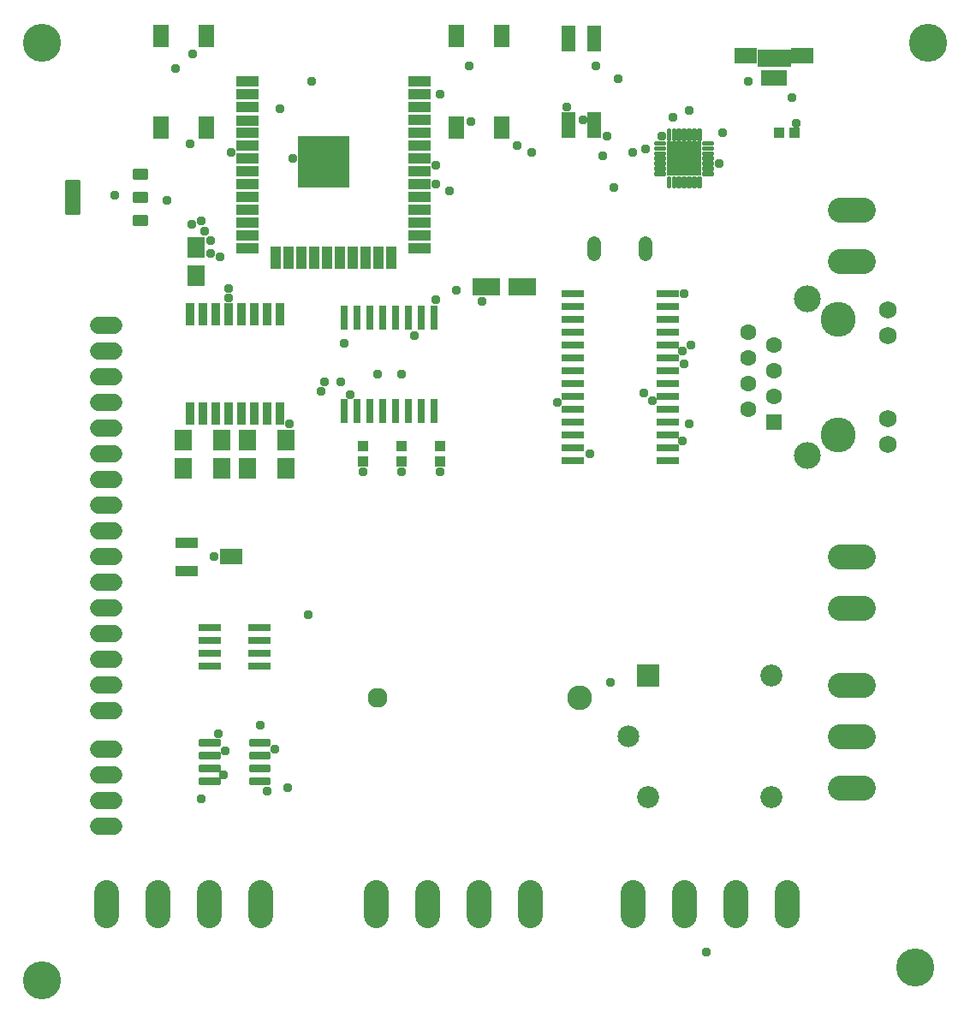
<source format=gbr>
G04 EAGLE Gerber RS-274X export*
G75*
%MOMM*%
%FSLAX34Y34*%
%LPD*%
%INSoldermask Top*%
%IPPOS*%
%AMOC8*
5,1,8,0,0,1.08239X$1,22.5*%
G01*
%ADD10C,1.958200*%
%ADD11C,2.453200*%
%ADD12R,1.703200X2.153200*%
%ADD13R,2.803200X1.803200*%
%ADD14C,2.489200*%
%ADD15R,0.803200X2.403200*%
%ADD16R,1.601200X1.601200*%
%ADD17C,1.601200*%
%ADD18C,1.733200*%
%ADD19C,2.648200*%
%ADD20C,3.453200*%
%ADD21R,2.269500X1.503722*%
%ADD22R,2.241359X1.503866*%
%ADD23R,2.506019X1.513969*%
%ADD24R,0.653200X1.703200*%
%ADD25C,0.703200*%
%ADD26R,1.003200X1.003200*%
%ADD27R,0.863600X2.235200*%
%ADD28C,1.320800*%
%ADD29R,2.203200X1.103200*%
%ADD30R,2.203200X1.503200*%
%ADD31R,2.183200X2.183200*%
%ADD32C,2.138200*%
%ADD33C,2.183200*%
%ADD34C,1.727200*%
%ADD35R,1.603200X2.303200*%
%ADD36R,1.333200X2.643200*%
%ADD37R,1.103200X2.203200*%
%ADD38R,5.203200X5.203200*%
%ADD39R,2.184400X0.762000*%
%ADD40C,0.335972*%
%ADD41R,3.453200X3.453200*%
%ADD42C,0.339959*%
%ADD43C,0.393431*%
%ADD44C,0.349006*%
%ADD45C,0.959600*%
%ADD46C,3.759200*%


D10*
X369900Y317500D03*
D11*
X569900Y317500D03*
D12*
X177800Y572550D03*
X177800Y545050D03*
X241300Y545050D03*
X241300Y572550D03*
X279400Y545050D03*
X279400Y572550D03*
X215900Y572550D03*
X215900Y545050D03*
X190500Y763050D03*
X190500Y735550D03*
D13*
X513300Y723900D03*
X477300Y723900D03*
D14*
X826770Y457200D02*
X849630Y457200D01*
X849630Y406400D02*
X826770Y406400D01*
D15*
X349250Y601700D03*
X374650Y693700D03*
X336550Y601700D03*
X361950Y601700D03*
X374650Y601700D03*
X361950Y693700D03*
X387350Y693700D03*
X400050Y693700D03*
X400050Y601700D03*
X425450Y693700D03*
X387350Y601700D03*
X412750Y601700D03*
X412750Y693700D03*
X425450Y601700D03*
X349250Y693700D03*
X336550Y693700D03*
D16*
X762000Y590500D03*
D17*
X736600Y603200D03*
X762000Y615900D03*
X736600Y628600D03*
X762000Y641300D03*
X736600Y654000D03*
X762000Y666700D03*
X736600Y679400D03*
D18*
X874500Y568750D03*
X874500Y594150D03*
X874500Y701250D03*
X874500Y675850D03*
D19*
X795000Y557550D03*
X795000Y712450D03*
D20*
X825500Y692150D03*
X825500Y577850D03*
D14*
X254000Y125730D02*
X254000Y102870D01*
X203200Y102870D02*
X203200Y125730D01*
X152400Y125730D02*
X152400Y102870D01*
X101600Y102870D02*
X101600Y125730D01*
D21*
X733903Y952481D03*
D22*
X790043Y952481D03*
D23*
X761970Y930930D03*
D24*
X749000Y950000D03*
X755500Y950000D03*
X762000Y950000D03*
X768500Y950000D03*
X775000Y950000D03*
D25*
X734000Y952500D03*
X790000Y952500D03*
X762000Y931000D03*
D26*
X767200Y876300D03*
X782200Y876300D03*
X355600Y551300D03*
X355600Y566300D03*
X393700Y551300D03*
X393700Y566300D03*
X431800Y551300D03*
X431800Y566300D03*
D27*
X184150Y598678D03*
X196850Y598678D03*
X209550Y598678D03*
X222250Y598678D03*
X234950Y598678D03*
X247650Y598678D03*
X260350Y598678D03*
X273050Y598678D03*
X273050Y696722D03*
X260350Y696722D03*
X247650Y696722D03*
X234950Y696722D03*
X222250Y696722D03*
X209550Y696722D03*
X196850Y696722D03*
X184150Y696722D03*
D14*
X826770Y800100D02*
X849630Y800100D01*
X849630Y749300D02*
X826770Y749300D01*
X774700Y125730D02*
X774700Y102870D01*
X723900Y102870D02*
X723900Y125730D01*
X673100Y125730D02*
X673100Y102870D01*
X622300Y102870D02*
X622300Y125730D01*
D28*
X584200Y756412D02*
X584200Y767588D01*
X635000Y767588D02*
X635000Y756412D01*
D29*
X181200Y471200D03*
D30*
X225200Y457200D03*
D29*
X181200Y443200D03*
D31*
X637500Y339400D03*
D32*
X617500Y279400D03*
D33*
X637500Y219400D03*
X759500Y219400D03*
X759500Y339400D03*
D14*
X826770Y330200D02*
X849630Y330200D01*
X849630Y279400D02*
X826770Y279400D01*
X826770Y228600D02*
X849630Y228600D01*
D34*
X109220Y190500D02*
X93980Y190500D01*
X93980Y215900D02*
X109220Y215900D01*
X109220Y241300D02*
X93980Y241300D01*
X93980Y266700D02*
X109220Y266700D01*
D35*
X447400Y881600D03*
X492400Y881600D03*
X447400Y972600D03*
X492400Y972600D03*
X200300Y972600D03*
X155300Y972600D03*
X200300Y881600D03*
X155300Y881600D03*
D36*
X558800Y884100D03*
X584200Y884100D03*
X584200Y970100D03*
X558800Y970100D03*
D14*
X520700Y125730D02*
X520700Y102870D01*
X469900Y102870D02*
X469900Y125730D01*
X419100Y125730D02*
X419100Y102870D01*
X368300Y102870D02*
X368300Y125730D01*
D34*
X109220Y685800D02*
X93980Y685800D01*
X93980Y660400D02*
X109220Y660400D01*
X109220Y635000D02*
X93980Y635000D01*
X93980Y609600D02*
X109220Y609600D01*
X109220Y584200D02*
X93980Y584200D01*
X93980Y558800D02*
X109220Y558800D01*
X109220Y533400D02*
X93980Y533400D01*
X93980Y508000D02*
X109220Y508000D01*
X109220Y482600D02*
X93980Y482600D01*
X93980Y457200D02*
X109220Y457200D01*
X109220Y431800D02*
X93980Y431800D01*
X93980Y406400D02*
X109220Y406400D01*
X109220Y381000D02*
X93980Y381000D01*
X93980Y355600D02*
X109220Y355600D01*
X109220Y330200D02*
X93980Y330200D01*
X93980Y304800D02*
X109220Y304800D01*
D29*
X241300Y927100D03*
X241300Y914400D03*
X241200Y901700D03*
X241300Y888700D03*
X241300Y876300D03*
X241300Y863600D03*
X241300Y850900D03*
X241300Y838200D03*
X241300Y825500D03*
X241300Y812800D03*
X241300Y800100D03*
X241300Y787400D03*
X241300Y774700D03*
X241300Y762000D03*
D37*
X269150Y753000D03*
X281850Y753000D03*
X294550Y753000D03*
X307250Y753000D03*
X319950Y753000D03*
X332650Y753000D03*
X345350Y753000D03*
X358050Y753000D03*
X370750Y753000D03*
X383450Y753000D03*
D29*
X411300Y927100D03*
X411300Y914400D03*
X411300Y901700D03*
X411300Y889000D03*
X411300Y876300D03*
X411300Y863600D03*
X411305Y850877D03*
X411319Y838187D03*
X411293Y825489D03*
X411275Y812777D03*
X411294Y800082D03*
X411310Y787392D03*
X411290Y774715D03*
X411287Y761988D03*
D38*
X316322Y847644D03*
D39*
X562610Y717550D03*
X562610Y704850D03*
X562610Y692150D03*
X562610Y679450D03*
X562610Y666750D03*
X562610Y654050D03*
X562610Y641350D03*
X562610Y628650D03*
X562610Y615950D03*
X562610Y603250D03*
X562610Y590550D03*
X562610Y577850D03*
X562610Y565150D03*
X562610Y552450D03*
X656590Y552450D03*
X656590Y565150D03*
X656590Y577850D03*
X656590Y590550D03*
X656590Y603250D03*
X656590Y615950D03*
X656590Y628650D03*
X656590Y641350D03*
X656590Y654050D03*
X656590Y666750D03*
X656590Y679450D03*
X656590Y692150D03*
X656590Y704850D03*
X656590Y717550D03*
D40*
X687414Y870114D02*
X687414Y878886D01*
X688786Y878886D01*
X688786Y870114D01*
X687414Y870114D01*
X687414Y873306D02*
X688786Y873306D01*
X688786Y876498D02*
X687414Y876498D01*
X682414Y878886D02*
X682414Y870114D01*
X682414Y878886D02*
X683786Y878886D01*
X683786Y870114D01*
X682414Y870114D01*
X682414Y873306D02*
X683786Y873306D01*
X683786Y876498D02*
X682414Y876498D01*
X677414Y878886D02*
X677414Y870114D01*
X677414Y878886D02*
X678786Y878886D01*
X678786Y870114D01*
X677414Y870114D01*
X677414Y873306D02*
X678786Y873306D01*
X678786Y876498D02*
X677414Y876498D01*
X672414Y878886D02*
X672414Y870114D01*
X672414Y878886D02*
X673786Y878886D01*
X673786Y870114D01*
X672414Y870114D01*
X672414Y873306D02*
X673786Y873306D01*
X673786Y876498D02*
X672414Y876498D01*
X667414Y878886D02*
X667414Y870114D01*
X667414Y878886D02*
X668786Y878886D01*
X668786Y870114D01*
X667414Y870114D01*
X667414Y873306D02*
X668786Y873306D01*
X668786Y876498D02*
X667414Y876498D01*
X662414Y878886D02*
X662414Y870114D01*
X662414Y878886D02*
X663786Y878886D01*
X663786Y870114D01*
X662414Y870114D01*
X662414Y873306D02*
X663786Y873306D01*
X663786Y876498D02*
X662414Y876498D01*
X657414Y878886D02*
X657414Y870114D01*
X657414Y878886D02*
X658786Y878886D01*
X658786Y870114D01*
X657414Y870114D01*
X657414Y873306D02*
X658786Y873306D01*
X658786Y876498D02*
X657414Y876498D01*
X653886Y865214D02*
X645114Y865214D01*
X645114Y866586D01*
X653886Y866586D01*
X653886Y865214D01*
X653886Y860214D02*
X645114Y860214D01*
X645114Y861586D01*
X653886Y861586D01*
X653886Y860214D01*
X653886Y855214D02*
X645114Y855214D01*
X645114Y856586D01*
X653886Y856586D01*
X653886Y855214D01*
X653886Y850214D02*
X645114Y850214D01*
X645114Y851586D01*
X653886Y851586D01*
X653886Y850214D01*
X653886Y845214D02*
X645114Y845214D01*
X645114Y846586D01*
X653886Y846586D01*
X653886Y845214D01*
X653886Y840214D02*
X645114Y840214D01*
X645114Y841586D01*
X653886Y841586D01*
X653886Y840214D01*
X653886Y835214D02*
X645114Y835214D01*
X645114Y836586D01*
X653886Y836586D01*
X653886Y835214D01*
X658786Y831686D02*
X658786Y822914D01*
X657414Y822914D01*
X657414Y831686D01*
X658786Y831686D01*
X658786Y826106D02*
X657414Y826106D01*
X657414Y829298D02*
X658786Y829298D01*
X663786Y831686D02*
X663786Y822914D01*
X662414Y822914D01*
X662414Y831686D01*
X663786Y831686D01*
X663786Y826106D02*
X662414Y826106D01*
X662414Y829298D02*
X663786Y829298D01*
X668786Y831686D02*
X668786Y822914D01*
X667414Y822914D01*
X667414Y831686D01*
X668786Y831686D01*
X668786Y826106D02*
X667414Y826106D01*
X667414Y829298D02*
X668786Y829298D01*
X673786Y831686D02*
X673786Y822914D01*
X672414Y822914D01*
X672414Y831686D01*
X673786Y831686D01*
X673786Y826106D02*
X672414Y826106D01*
X672414Y829298D02*
X673786Y829298D01*
X678786Y831686D02*
X678786Y822914D01*
X677414Y822914D01*
X677414Y831686D01*
X678786Y831686D01*
X678786Y826106D02*
X677414Y826106D01*
X677414Y829298D02*
X678786Y829298D01*
X683786Y831686D02*
X683786Y822914D01*
X682414Y822914D01*
X682414Y831686D01*
X683786Y831686D01*
X683786Y826106D02*
X682414Y826106D01*
X682414Y829298D02*
X683786Y829298D01*
X688786Y831686D02*
X688786Y822914D01*
X687414Y822914D01*
X687414Y831686D01*
X688786Y831686D01*
X688786Y826106D02*
X687414Y826106D01*
X687414Y829298D02*
X688786Y829298D01*
X692314Y836586D02*
X701086Y836586D01*
X701086Y835214D01*
X692314Y835214D01*
X692314Y836586D01*
X692314Y841586D02*
X701086Y841586D01*
X701086Y840214D01*
X692314Y840214D01*
X692314Y841586D01*
X692314Y846586D02*
X701086Y846586D01*
X701086Y845214D01*
X692314Y845214D01*
X692314Y846586D01*
X692314Y851586D02*
X701086Y851586D01*
X701086Y850214D01*
X692314Y850214D01*
X692314Y851586D01*
X692314Y856586D02*
X701086Y856586D01*
X701086Y855214D01*
X692314Y855214D01*
X692314Y856586D01*
X692314Y861586D02*
X701086Y861586D01*
X701086Y860214D01*
X692314Y860214D01*
X692314Y861586D01*
X692314Y866586D02*
X701086Y866586D01*
X701086Y865214D01*
X692314Y865214D01*
X692314Y866586D01*
D41*
X673100Y850900D03*
D42*
X140916Y793866D02*
X140916Y785934D01*
X129184Y785934D01*
X129184Y793866D01*
X140916Y793866D01*
X140916Y789164D02*
X129184Y789164D01*
X129184Y792394D02*
X140916Y792394D01*
X140916Y808834D02*
X140916Y816766D01*
X140916Y808834D02*
X129184Y808834D01*
X129184Y816766D01*
X140916Y816766D01*
X140916Y812064D02*
X129184Y812064D01*
X129184Y815294D02*
X140916Y815294D01*
X140916Y831734D02*
X140916Y839666D01*
X140916Y831734D02*
X129184Y831734D01*
X129184Y839666D01*
X140916Y839666D01*
X140916Y834964D02*
X129184Y834964D01*
X129184Y838194D02*
X140916Y838194D01*
D43*
X73749Y828049D02*
X73749Y797551D01*
X62551Y797551D01*
X62551Y828049D01*
X73749Y828049D01*
X73749Y801288D02*
X62551Y801288D01*
X62551Y805025D02*
X73749Y805025D01*
X73749Y808762D02*
X62551Y808762D01*
X62551Y812499D02*
X73749Y812499D01*
X73749Y816236D02*
X62551Y816236D01*
X62551Y819973D02*
X73749Y819973D01*
X73749Y823710D02*
X62551Y823710D01*
X62551Y827447D02*
X73749Y827447D01*
D44*
X194729Y270829D02*
X212971Y270829D01*
X194729Y270829D02*
X194729Y275271D01*
X212971Y275271D01*
X212971Y270829D01*
X212971Y274144D02*
X194729Y274144D01*
X194729Y258129D02*
X212971Y258129D01*
X194729Y258129D02*
X194729Y262571D01*
X212971Y262571D01*
X212971Y258129D01*
X212971Y261444D02*
X194729Y261444D01*
X194729Y245429D02*
X212971Y245429D01*
X194729Y245429D02*
X194729Y249871D01*
X212971Y249871D01*
X212971Y245429D01*
X212971Y248744D02*
X194729Y248744D01*
X194729Y232729D02*
X212971Y232729D01*
X194729Y232729D02*
X194729Y237171D01*
X212971Y237171D01*
X212971Y232729D01*
X212971Y236044D02*
X194729Y236044D01*
X244229Y232729D02*
X262471Y232729D01*
X244229Y232729D02*
X244229Y237171D01*
X262471Y237171D01*
X262471Y232729D01*
X262471Y236044D02*
X244229Y236044D01*
X244229Y245429D02*
X262471Y245429D01*
X244229Y245429D02*
X244229Y249871D01*
X262471Y249871D01*
X262471Y245429D01*
X262471Y248744D02*
X244229Y248744D01*
X244229Y258129D02*
X262471Y258129D01*
X244229Y258129D02*
X244229Y262571D01*
X262471Y262571D01*
X262471Y258129D01*
X262471Y261444D02*
X244229Y261444D01*
X244229Y270829D02*
X262471Y270829D01*
X244229Y270829D02*
X244229Y275271D01*
X262471Y275271D01*
X262471Y270829D01*
X262471Y274144D02*
X244229Y274144D01*
D39*
X203962Y387350D03*
X203962Y374650D03*
X203962Y361950D03*
X203962Y349250D03*
X253238Y349250D03*
X253238Y361950D03*
X253238Y374650D03*
X253238Y387350D03*
D45*
X254000Y290513D03*
X585788Y942975D03*
X336550Y668338D03*
X161925Y809625D03*
X185738Y785813D03*
X522288Y857250D03*
X427038Y711200D03*
X304800Y927100D03*
X431800Y914400D03*
X711200Y876300D03*
X508000Y863600D03*
X736600Y927100D03*
X214313Y754063D03*
X273050Y900113D03*
X109538Y814388D03*
X596900Y873125D03*
X673100Y717550D03*
X650875Y873125D03*
X187325Y954088D03*
X184150Y865188D03*
X695325Y66675D03*
X406400Y676275D03*
X225425Y857250D03*
X285750Y850900D03*
X195263Y788988D03*
X198438Y779463D03*
X204788Y769938D03*
X204788Y757238D03*
X301625Y400050D03*
X333375Y630238D03*
X460375Y942975D03*
X461963Y887413D03*
X603250Y822325D03*
X557213Y901700D03*
X661988Y892175D03*
X708025Y846138D03*
X169863Y939800D03*
X779463Y911225D03*
X592138Y854075D03*
X573088Y889000D03*
X677863Y898525D03*
X784225Y885825D03*
X635000Y860425D03*
X622300Y857250D03*
X677863Y588963D03*
X671513Y571500D03*
X633413Y619125D03*
X641350Y611188D03*
X673100Y647700D03*
X679450Y666750D03*
X671513Y660400D03*
X473075Y709613D03*
X441325Y819150D03*
X579438Y558800D03*
X282575Y588963D03*
X260350Y225425D03*
X280988Y228600D03*
X212725Y282575D03*
X268288Y266700D03*
X217488Y241300D03*
X195263Y217488D03*
X219075Y265113D03*
X222250Y712788D03*
X314325Y620713D03*
X222250Y722313D03*
X317500Y630238D03*
X207963Y457200D03*
X427038Y844550D03*
X447675Y720725D03*
X427038Y825500D03*
X547688Y609600D03*
X342900Y617538D03*
X369888Y638175D03*
X393700Y638175D03*
X355600Y541338D03*
X393700Y541338D03*
X431800Y541338D03*
X600075Y333375D03*
X608013Y930275D03*
D46*
X38100Y38100D03*
X901700Y50800D03*
X38100Y965200D03*
X914400Y965200D03*
M02*

</source>
